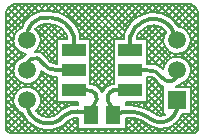
<source format=gtl>
G04 DipTrace 2.4.0.2*
%INtopiconf.GTL*%
%MOMM*%
%ADD13C,0.3*%
%ADD14C,0.2*%
%ADD15R,1.3X1.5*%
%ADD16C,1.5*%
%ADD17R,1.5X1.5*%
%ADD20R,2.0X1.1*%
%FSLAX53Y53*%
G04*
G71*
G90*
G75*
G01*
%LNTop*%
%LPD*%
X21301Y17744D2*
D13*
Y18915D1*
G02X22394Y20171I1765J-432D01*
G01*
G02X25009Y18116I875J-1579D01*
G01*
X25251Y18584D1*
X21301Y16044D2*
X22711D1*
G02X23981Y15409I159J-1270D01*
G01*
G03X25251Y16044I595J397D01*
G01*
Y13504D2*
X25198D1*
G02X23029Y11916I-1342J-442D01*
G01*
G03X19849Y12234I-1840J-2345D01*
G01*
X21301Y14344D2*
X19854D1*
G03X19536Y13186I215J-681D01*
G01*
G02X19849Y12234I-760J-777D01*
G01*
X12551Y13504D2*
G03X15726Y12234I1766J-189D01*
G01*
G02X17949Y12234I1111J-1746D01*
G01*
X16501Y14344D2*
X17631D1*
G02X18266Y13186I131J-681D01*
G01*
G03X17949Y12234I794J-794D01*
G01*
X16501Y16044D2*
X15056D1*
G02X13821Y16679I11J1539D01*
G01*
G03X12551Y16044I-635J-318D01*
G01*
X16501Y17744D2*
Y18915D1*
G03X14456Y20489I-2041J-536D01*
G01*
G03X12551Y18584I-317J-1588D01*
G01*
X11280Y21577D2*
D14*
X10873Y21170D1*
X11887Y21619D2*
X10787Y20518D1*
X12453Y21619D2*
X10787Y19952D1*
X13019Y21619D2*
X10787Y19386D1*
X13584Y21619D2*
X10787Y18821D1*
X14150Y21619D2*
X13531Y20999D1*
X11426Y18894D2*
X10787Y18255D1*
X14716Y21619D2*
X14185Y21088D1*
X11408Y18311D2*
X10787Y17689D1*
X15282Y21619D2*
X14709Y21046D1*
X11580Y17917D2*
X10787Y17124D1*
X15847Y21619D2*
X15190Y20962D1*
X14174Y19946D2*
X13504Y19276D1*
X11859Y17630D2*
X10787Y16558D1*
X16413Y21619D2*
X15601Y20807D1*
X14689Y19895D2*
X13686Y18891D1*
X12243Y17449D2*
X10787Y15992D1*
X16979Y21619D2*
X15962Y20602D1*
X15118Y19758D2*
X13692Y18332D1*
X11379Y16019D2*
X10787Y15426D1*
X17544Y21619D2*
X16278Y20352D1*
X15461Y19535D2*
X13524Y17599D1*
X11481Y15555D2*
X10787Y14861D1*
X18110Y21619D2*
X16554Y20062D1*
X15726Y19234D2*
X15206Y18715D1*
X15079Y18587D2*
X13913Y17422D1*
X11711Y15219D2*
X10787Y14295D1*
X18676Y21619D2*
X16784Y19727D1*
X15913Y18856D2*
X15772Y18715D1*
X15080Y18023D2*
X14205Y17148D1*
X12040Y14983D2*
X10787Y13729D1*
X19241Y21619D2*
X16965Y19342D1*
X15080Y17458D2*
X14461Y16838D1*
X12495Y14872D2*
X12256Y14633D1*
X11421Y13798D2*
X10787Y13164D1*
X19807Y21619D2*
X17073Y18885D1*
X15080Y16892D2*
X14837Y16648D1*
X13965Y15776D2*
X12833Y14644D1*
X11410Y13222D2*
X10787Y12598D1*
X20373Y21619D2*
X17469Y18715D1*
X14351Y15597D2*
X13224Y14470D1*
X11585Y12831D2*
X10787Y12032D1*
X20938Y21619D2*
X17924Y18604D1*
X14809Y15489D2*
X13509Y14189D1*
X11865Y12545D2*
X10787Y11467D1*
X21504Y21619D2*
X17924Y18038D1*
X15080Y15195D2*
X13688Y13802D1*
X12195Y12309D2*
X10840Y10954D1*
X22070Y21619D2*
X17924Y17473D1*
X15080Y14629D2*
X13688Y13237D1*
X12402Y11951D2*
X11237Y10786D1*
X22635Y21619D2*
X17924Y16907D1*
X15080Y14064D2*
X13478Y12461D1*
X12661Y11644D2*
X11803Y10786D1*
X23201Y21619D2*
X22363Y20781D1*
X20804Y19221D2*
X20297Y18715D1*
X19880Y18297D2*
X17924Y16341D1*
X15080Y13498D2*
X13814Y12231D1*
X12970Y11388D2*
X12369Y10786D1*
X23767Y21619D2*
X23108Y20960D1*
X19880Y17732D2*
X17924Y15776D1*
X15520Y13372D2*
X14265Y12116D1*
X13330Y11182D2*
X12934Y10786D1*
X24332Y21619D2*
X23654Y20940D1*
X19880Y17166D2*
X17924Y15210D1*
X16086Y13372D2*
X15414Y12700D1*
X15233Y12519D2*
X15113Y12399D1*
X13748Y11034D2*
X13500Y10786D1*
X24898Y21619D2*
X24100Y20820D1*
X23093Y19813D2*
X21994Y18715D1*
X19880Y16600D2*
X18149Y14870D1*
X16652Y13372D2*
X16364Y13084D1*
X14250Y10970D2*
X14066Y10786D1*
X25464Y21619D2*
X24485Y20639D1*
X23614Y19769D2*
X22560Y18715D1*
X19880Y16035D2*
X18525Y14680D1*
X14888Y11043D2*
X14631Y10786D1*
X26030Y21619D2*
X24814Y20403D1*
X23992Y19581D2*
X22723Y18312D1*
X19880Y15469D2*
X18801Y14390D1*
X16298Y11887D2*
X15197Y10786D1*
X26533Y21557D2*
X25094Y20118D1*
X24271Y19294D2*
X22723Y17747D1*
X16877Y11900D2*
X15763Y10786D1*
X26837Y21295D2*
X25330Y19787D1*
X24079Y18537D2*
X22722Y17180D1*
X16878Y11336D2*
X16327Y10785D1*
X26998Y20890D2*
X25756Y19648D1*
X24188Y18080D2*
X22724Y16616D1*
X17170Y11062D2*
X16893Y10785D1*
X27016Y20342D2*
X26088Y19414D1*
X24422Y17748D2*
X23257Y16583D1*
X17735Y11062D2*
X17459Y10785D1*
X27016Y19777D2*
X26317Y19078D1*
X24756Y17516D2*
X23681Y16442D1*
X18301Y11062D2*
X18024Y10785D1*
X27016Y19211D2*
X26423Y18618D1*
X25217Y17412D2*
X24987Y17182D1*
X24113Y16307D2*
X24028Y16223D1*
X23198Y15393D2*
X22722Y14917D1*
X21178Y13373D2*
X20921Y13116D1*
X18867Y11062D2*
X18590Y10785D1*
X27016Y18645D2*
X25551Y17180D1*
X23485Y15114D2*
X22722Y14351D1*
X21744Y13373D2*
X21478Y13107D1*
X19432Y11062D2*
X19156Y10785D1*
X27016Y18080D2*
X25937Y17001D1*
X23750Y14814D2*
X22722Y13786D1*
X22309Y13373D2*
X21971Y13034D1*
X19998Y11062D2*
X19721Y10785D1*
X27016Y17514D2*
X26218Y16716D1*
X24079Y14577D2*
X22408Y12906D1*
X21461Y11959D2*
X20921Y11419D1*
X20564Y11062D2*
X20287Y10785D1*
X27016Y16948D2*
X26392Y16325D1*
X24079Y14012D2*
X22802Y12734D1*
X21925Y11857D2*
X20853Y10785D1*
X27016Y16383D2*
X26381Y15748D1*
X25549Y14915D2*
X25310Y14676D1*
X24079Y13446D2*
X23160Y12526D1*
X22320Y11687D2*
X21418Y10785D1*
X27016Y15817D2*
X25875Y14676D1*
X24079Y12880D2*
X23504Y12305D1*
X22665Y11466D2*
X21984Y10785D1*
X27016Y15251D2*
X26423Y14659D1*
X24097Y12332D2*
X23997Y12232D1*
X23023Y11258D2*
X22550Y10785D1*
X27016Y14685D2*
X26423Y14093D1*
X23450Y11119D2*
X23115Y10785D1*
X27016Y14120D2*
X26423Y13527D1*
X23980Y11084D2*
X23681Y10785D1*
X27016Y13554D2*
X26423Y12961D1*
X25794Y12332D2*
X25606Y12144D1*
X24780Y11318D2*
X24247Y10785D1*
X27016Y12988D2*
X26423Y12396D1*
X26359Y12332D2*
X24813Y10785D1*
X27016Y12423D2*
X25378Y10785D1*
X27016Y11857D2*
X25944Y10785D1*
X27016Y11291D2*
X26510Y10785D1*
X26523Y21577D2*
X26930Y21170D1*
X25915Y21619D2*
X27016Y20518D1*
X25350Y21619D2*
X27016Y19952D1*
X24784Y21619D2*
X27016Y19386D1*
X24218Y21619D2*
X27016Y18821D1*
X23652Y21619D2*
X25562Y19709D1*
X26377Y18894D2*
X27016Y18255D1*
X23087Y21619D2*
X23803Y20902D1*
X26395Y18311D2*
X27016Y17689D1*
X22521Y21619D2*
X23176Y20964D1*
X26222Y17917D2*
X27016Y17124D1*
X21955Y21619D2*
X22676Y20898D1*
X23938Y19636D2*
X24298Y19276D1*
X25944Y17630D2*
X27016Y16558D1*
X21390Y21619D2*
X22261Y20747D1*
X23191Y19818D2*
X24117Y18891D1*
X25559Y17449D2*
X27016Y15992D1*
X20824Y21619D2*
X21881Y20562D1*
X22744Y19698D2*
X24110Y18332D1*
X25000Y17442D2*
X25226Y17216D1*
X26423Y16019D2*
X27016Y15426D1*
X20258Y21619D2*
X21547Y20330D1*
X22371Y19506D2*
X24762Y17115D1*
X26322Y15555D2*
X27016Y14861D1*
X19693Y21619D2*
X21262Y20049D1*
X22079Y19232D2*
X22597Y18715D1*
X22724Y18587D2*
X24426Y16885D1*
X26092Y15219D2*
X27016Y14295D1*
X19127Y21619D2*
X21021Y19724D1*
X21887Y18859D2*
X22031Y18715D1*
X22722Y18023D2*
X24192Y16553D1*
X25763Y14983D2*
X26070Y14675D1*
X26423Y14322D2*
X27016Y13729D1*
X18561Y21619D2*
X20836Y19344D1*
X22722Y17458D2*
X23847Y16332D1*
X25383Y14797D2*
X25505Y14675D1*
X26423Y13756D2*
X27016Y13164D1*
X17996Y21619D2*
X20729Y18885D1*
X22722Y16892D2*
X22997Y16618D1*
X26423Y13191D2*
X27016Y12598D1*
X17430Y21619D2*
X20334Y18715D1*
X26423Y12625D2*
X27016Y12032D1*
X16864Y21619D2*
X19879Y18604D1*
X23016Y15467D2*
X24079Y14403D1*
X26152Y12331D2*
X27016Y11467D1*
X16299Y21619D2*
X19879Y18038D1*
X22722Y15195D2*
X24079Y13838D1*
X25668Y12249D2*
X26963Y10954D1*
X15733Y21619D2*
X19879Y17473D1*
X22722Y14629D2*
X24079Y13272D1*
X25462Y11889D2*
X26565Y10786D1*
X15167Y21619D2*
X19879Y16907D1*
X22722Y14064D2*
X24079Y12706D1*
X25195Y11591D2*
X26000Y10786D1*
X14601Y21619D2*
X15307Y20913D1*
X16995Y19225D2*
X17505Y18715D1*
X17923Y18297D2*
X19879Y16341D1*
X22722Y13498D2*
X23987Y12233D1*
X24868Y11352D2*
X25434Y10786D1*
X14036Y21619D2*
X14602Y21052D1*
X17923Y17732D2*
X19879Y15776D1*
X22282Y13372D2*
X23118Y12536D1*
X24481Y11173D2*
X24868Y10786D1*
X13470Y21619D2*
X14001Y21088D1*
X17923Y17166D2*
X19879Y15210D1*
X21717Y13372D2*
X22088Y13000D1*
X24006Y11083D2*
X24303Y10786D1*
X12904Y21619D2*
X13519Y21004D1*
X14617Y19906D2*
X15808Y18715D1*
X17923Y16600D2*
X19642Y14881D1*
X21151Y13372D2*
X21410Y13113D1*
X23383Y11140D2*
X23737Y10786D1*
X12339Y21619D2*
X13115Y20842D1*
X14020Y19937D2*
X15243Y18715D1*
X17923Y16035D2*
X19275Y14682D1*
X22190Y11768D2*
X23171Y10786D1*
X11773Y21619D2*
X12774Y20617D1*
X13600Y19791D2*
X15079Y18312D1*
X17923Y15469D2*
X19001Y14390D1*
X21427Y11964D2*
X22605Y10786D1*
X11269Y21557D2*
X12483Y20343D1*
X13307Y19519D2*
X15079Y17747D1*
X20921Y11905D2*
X22040Y10786D1*
X10966Y21295D2*
X12248Y20013D1*
X13723Y18537D2*
X15080Y17180D1*
X20920Y11340D2*
X21475Y10785D1*
X10804Y20890D2*
X12047Y19648D1*
X13615Y18080D2*
X15078Y16616D1*
X20633Y11062D2*
X20910Y10785D1*
X10787Y20342D2*
X11715Y19414D1*
X13381Y17748D2*
X13540Y17589D1*
X20067Y11062D2*
X20344Y10785D1*
X10787Y19777D2*
X11485Y19078D1*
X19502Y11062D2*
X19778Y10785D1*
X10787Y19211D2*
X11379Y18618D1*
X14413Y15585D2*
X15080Y14917D1*
X16625Y13373D2*
X16873Y13125D1*
X18936Y11062D2*
X19213Y10785D1*
X10787Y18645D2*
X12219Y17213D1*
X13688Y15744D2*
X15080Y14351D1*
X16059Y13373D2*
X16347Y13085D1*
X18370Y11062D2*
X18647Y10785D1*
X10787Y18080D2*
X11865Y17001D1*
X13509Y15357D2*
X15080Y13786D1*
X15493Y13373D2*
X15907Y12959D1*
X17805Y11062D2*
X18081Y10785D1*
X10787Y17514D2*
X11585Y16716D1*
X13224Y15077D2*
X15520Y12780D1*
X16388Y11912D2*
X16877Y11423D1*
X17239Y11062D2*
X17516Y10785D1*
X10787Y16948D2*
X11410Y16325D1*
X12833Y14902D2*
X15211Y12524D1*
X16030Y11705D2*
X16950Y10785D1*
X10787Y16383D2*
X11421Y15748D1*
X12254Y14915D2*
X12495Y14674D1*
X13723Y13446D2*
X14899Y12270D1*
X15734Y11435D2*
X16384Y10785D1*
X10787Y15817D2*
X12040Y14563D1*
X13611Y12993D2*
X14477Y12126D1*
X15383Y11221D2*
X15818Y10785D1*
X10787Y15251D2*
X11711Y14327D1*
X13376Y12661D2*
X13828Y12210D1*
X14978Y11059D2*
X15253Y10785D1*
X10787Y14685D2*
X11481Y13991D1*
X14494Y10978D2*
X14687Y10785D1*
X10787Y14120D2*
X11379Y13527D1*
X13893Y11013D2*
X14121Y10785D1*
X10787Y13554D2*
X12583Y11757D1*
X12771Y11570D2*
X13556Y10785D1*
X10787Y12988D2*
X12990Y10785D1*
X10787Y12423D2*
X12424Y10785D1*
X10787Y11857D2*
X11859Y10785D1*
X10787Y11291D2*
X11293Y10785D1*
X20907Y13389D2*
X20909Y13098D1*
X21353Y13105D1*
X21795Y13057D1*
X22228Y12953D1*
X22643Y12796D1*
X23036Y12588D1*
X23453Y12309D1*
X23556Y12262D1*
X23664Y12230D1*
X23776Y12212D1*
X23889Y12209D1*
X24001Y12220D1*
X24111Y12247D1*
X24216Y12287D1*
X24209Y12346D1*
X24093D1*
Y14630D1*
X23983Y14680D1*
X23840Y14768D1*
X23710Y14873D1*
X23596Y14995D1*
X23461Y15184D1*
X23382Y15282D1*
X23259Y15379D1*
X23149Y15438D1*
X22998Y15482D1*
X22874Y15495D1*
X22708Y15486D1*
X22706Y15086D1*
X22709Y15002D1*
Y13386D1*
X20906D1*
X16891Y13110D2*
Y13386D1*
X15093D1*
X15096Y15302D1*
X15093Y15386D1*
Y15489D1*
X15015Y15487D1*
X14736Y15513D1*
X14463Y15576D1*
X14201Y15674D1*
X13954Y15806D1*
X13727Y15971D1*
X13706Y15990D1*
X13692Y15845D1*
X13641Y15652D1*
X13557Y15470D1*
X13444Y15306D1*
X13304Y15164D1*
X13141Y15047D1*
X12961Y14961D1*
X12769Y14906D1*
X12570Y14886D1*
X12371Y14900D1*
X12177Y14948D1*
X11994Y15029D1*
X11828Y15139D1*
X11683Y15277D1*
X11565Y15438D1*
X11475Y15616D1*
X11418Y15807D1*
X11394Y16006D1*
X11405Y16205D1*
X11449Y16400D1*
X11527Y16584D1*
X11635Y16752D1*
X11770Y16899D1*
X11929Y17020D1*
X12106Y17113D1*
X12191Y17144D1*
X12253Y17219D1*
X12373Y17333D1*
X12500Y17427D1*
X12371Y17440D1*
X12177Y17488D1*
X11994Y17569D1*
X11828Y17679D1*
X11683Y17817D1*
X11565Y17978D1*
X11475Y18156D1*
X11418Y18347D1*
X11394Y18546D1*
X11405Y18745D1*
X11449Y18940D1*
X11527Y19124D1*
X11635Y19292D1*
X11770Y19439D1*
X11929Y19560D1*
X12098Y19649D1*
X12179Y19849D1*
X12320Y20097D1*
X12491Y20324D1*
X12691Y20527D1*
X12916Y20702D1*
X13162Y20847D1*
X13425Y20958D1*
X13699Y21033D1*
X13982Y21072D1*
X14267Y21074D1*
X14515Y21044D1*
X14842Y21018D1*
X15185Y20946D1*
X15515Y20828D1*
X15827Y20669D1*
X16116Y20470D1*
X16376Y20234D1*
X16603Y19967D1*
X16793Y19672D1*
X16942Y19355D1*
X17030Y19092D1*
X17057Y18968D1*
X17059Y18699D1*
X17593Y18702D1*
X17909D1*
X17906Y16786D1*
X17909Y16702D1*
X17906Y15086D1*
X17909Y15002D1*
Y14905D1*
X18056Y14878D1*
X18214Y14829D1*
X18364Y14759D1*
X18504Y14670D1*
X18630Y14563D1*
X18742Y14440D1*
X18836Y14304D1*
X18905Y14173D1*
X18951Y14268D1*
X19041Y14411D1*
X19149Y14541D1*
X19274Y14655D1*
X19412Y14752D1*
X19562Y14829D1*
X19711Y14883D1*
X19842Y14901D1*
X19894Y14902D1*
X19896Y15302D1*
X19893Y15386D1*
X19896Y17002D1*
X19893Y17086D1*
Y18702D1*
X20746D1*
X20743Y18915D1*
X20756Y19033D1*
X20852Y19341D1*
X20988Y19633D1*
X21163Y19904D1*
X21374Y20149D1*
X21615Y20363D1*
X21883Y20543D1*
X22246Y20719D1*
X22436Y20803D1*
X22730Y20892D1*
X23033Y20943D1*
X23340Y20953D1*
X23646Y20924D1*
X23945Y20855D1*
X24233Y20748D1*
X24505Y20605D1*
X24756Y20427D1*
X24981Y20218D1*
X25178Y19982D1*
X25321Y19762D1*
X25394Y19733D1*
X25589Y19691D1*
X25775Y19617D1*
X25944Y19511D1*
X26093Y19379D1*
X26218Y19222D1*
X26313Y19046D1*
X26377Y18857D1*
X26407Y18660D1*
X26405Y18484D1*
X26371Y18287D1*
X26303Y18099D1*
X26204Y17926D1*
X26077Y17772D1*
X25925Y17642D1*
X25753Y17540D1*
X25566Y17469D1*
X25370Y17432D1*
X25170Y17429D1*
X24973Y17460D1*
X24784Y17524D1*
X24609Y17620D1*
X24453Y17745D1*
X24321Y17895D1*
X24216Y18065D1*
X24142Y18251D1*
X24101Y18446D1*
X24095Y18646D1*
X24123Y18844D1*
X24184Y19034D1*
X24277Y19210D1*
X24315Y19264D1*
X24223Y19389D1*
X24157Y19466D1*
X24036Y19574D1*
X23902Y19665D1*
X23757Y19738D1*
X23604Y19792D1*
X23446Y19826D1*
X23284Y19838D1*
X23122Y19830D1*
X22963Y19800D1*
X22809Y19750D1*
X22445Y19577D1*
X22303Y19483D1*
X22174Y19370D1*
X22062Y19241D1*
X21969Y19098D1*
X21896Y18944D1*
X21859Y18815D1*
Y18699D1*
X22393Y18702D1*
X22709D1*
X22706Y16786D1*
X22709Y16702D1*
Y16605D1*
X22918Y16610D1*
X23157Y16588D1*
X23391Y16535D1*
X23616Y16453D1*
X23828Y16341D1*
X24024Y16203D1*
X24097Y16139D1*
X24123Y16304D1*
X24184Y16494D1*
X24277Y16670D1*
X24400Y16828D1*
X24547Y16963D1*
X24716Y17070D1*
X24900Y17147D1*
X25095Y17191D1*
X25294Y17201D1*
X25493Y17176D1*
X25684Y17118D1*
X25862Y17028D1*
X26022Y16908D1*
X26159Y16763D1*
X26269Y16596D1*
X26349Y16413D1*
X26396Y16219D1*
X26409Y16044D1*
X26392Y15845D1*
X26341Y15652D1*
X26257Y15470D1*
X26144Y15306D1*
X26004Y15164D1*
X25841Y15047D1*
X25661Y14961D1*
X25478Y14909D1*
X25394Y14830D1*
X25260Y14732D1*
X25162Y14675D1*
X25193Y14662D1*
X26409D1*
Y12346D1*
X25687D1*
X25615Y12173D1*
X25483Y11949D1*
X25322Y11744D1*
X25135Y11562D1*
X24926Y11407D1*
X24698Y11280D1*
X24456Y11184D1*
X24203Y11122D1*
X23943Y11093D1*
X23683Y11099D1*
X23425Y11139D1*
X23175Y11212D1*
X22937Y11318D1*
X22713Y11457D1*
X22429Y11652D1*
X22158Y11791D1*
X21872Y11895D1*
X21576Y11962D1*
X21273Y11992D1*
X20969Y11983D1*
X20907Y11976D1*
Y11076D1*
X18791Y11079D1*
X18707Y11076D1*
X16891D1*
Y11998D1*
X16739Y11995D1*
X16551Y11971D1*
X16367Y11923D1*
X16190Y11853D1*
X16080Y11791D1*
X15943Y11642D1*
X15713Y11446D1*
X15460Y11281D1*
X15187Y11150D1*
X14900Y11056D1*
X14603Y11000D1*
X14301Y10982D1*
X13999Y11004D1*
X13703Y11064D1*
X13417Y11163D1*
X13147Y11297D1*
X12895Y11465D1*
X12668Y11665D1*
X12469Y11892D1*
X12300Y12143D1*
X12183Y12372D1*
X12084Y12444D1*
X11909Y12540D1*
X11753Y12665D1*
X11621Y12815D1*
X11516Y12985D1*
X11442Y13171D1*
X11401Y13366D1*
X11395Y13566D1*
X11423Y13764D1*
X11484Y13954D1*
X11577Y14130D1*
X11700Y14288D1*
X11847Y14423D1*
X12016Y14530D1*
X12200Y14607D1*
X12395Y14651D1*
X12594Y14661D1*
X12793Y14636D1*
X12984Y14578D1*
X13162Y14488D1*
X13322Y14368D1*
X13459Y14223D1*
X13569Y14056D1*
X13649Y13873D1*
X13696Y13679D1*
X13709Y13504D1*
X13692Y13305D1*
X13641Y13112D1*
X13557Y12930D1*
X13444Y12766D1*
X13315Y12634D1*
X13363Y12559D1*
X13473Y12439D1*
X13593Y12337D1*
X13726Y12252D1*
X13868Y12184D1*
X14018Y12135D1*
X14173Y12107D1*
X14331Y12098D1*
X14488Y12110D1*
X14642Y12142D1*
X14791Y12194D1*
X14932Y12265D1*
X15063Y12353D1*
X15181Y12458D1*
X15307Y12602D1*
X15379Y12670D1*
X15457Y12722D1*
X15749Y12878D1*
X16057Y12996D1*
X16379Y13074D1*
X16707Y13111D1*
X16892D1*
X13705Y18484D2*
X13671Y18287D1*
X13603Y18099D1*
X13504Y17926D1*
X13377Y17772D1*
X13225Y17642D1*
X13201Y17627D1*
X13299Y17624D1*
X13462Y17598D1*
X13621Y17551D1*
X13773Y17485D1*
X13915Y17398D1*
X14044Y17294D1*
X14158Y17174D1*
X14256Y17041D1*
X14314Y16959D1*
X14404Y16864D1*
X14506Y16782D1*
X14617Y16715D1*
X14737Y16663D1*
X14863Y16627D1*
X14992Y16608D1*
X15082Y16601D1*
X15093Y16686D1*
X15096Y17002D1*
X15093Y17086D1*
Y18702D1*
X15946D1*
X15940Y18833D1*
X15896Y18967D1*
X15806Y19150D1*
X15693Y19320D1*
X15559Y19473D1*
X15406Y19608D1*
X15237Y19721D1*
X15054Y19812D1*
X14860Y19877D1*
X14660Y19917D1*
X14383Y19936D1*
X14206Y19959D1*
X14068D1*
X13930Y19940D1*
X13796Y19904D1*
X13668Y19851D1*
X13548Y19781D1*
X13438Y19696D1*
X13340Y19598D1*
X13263Y19498D1*
X13393Y19379D1*
X13518Y19222D1*
X13613Y19046D1*
X13677Y18857D1*
X13707Y18660D1*
X13705Y18484D1*
X10800Y20992D2*
X10771Y20758D1*
X10773Y11187D1*
X10774Y11064D1*
X10809Y10958D1*
X10874Y10871D1*
X10963Y10807D1*
X11066Y10773D1*
X11585Y10771D1*
X26616Y10773D1*
X26739Y10774D1*
X26844Y10809D1*
X26932Y10874D1*
X26996Y10963D1*
X27029Y11066D1*
X27031Y11585D1*
Y20763D1*
X27003Y20990D1*
X26936Y21176D1*
X26831Y21341D1*
X26692Y21480D1*
X26526Y21585D1*
X26388Y21634D1*
X11416D1*
X11276Y21584D1*
X11108Y21478D1*
X10970Y21339D1*
X10865Y21173D1*
X10800Y20989D1*
D15*
X19849Y12234D3*
X17949D3*
D16*
X12551Y18584D3*
Y16044D3*
Y13504D3*
X25251Y18584D3*
Y16044D3*
D17*
Y13504D3*
D20*
X16501Y17744D3*
Y16044D3*
Y14344D3*
X21301D3*
Y16044D3*
Y17744D3*
M02*

</source>
